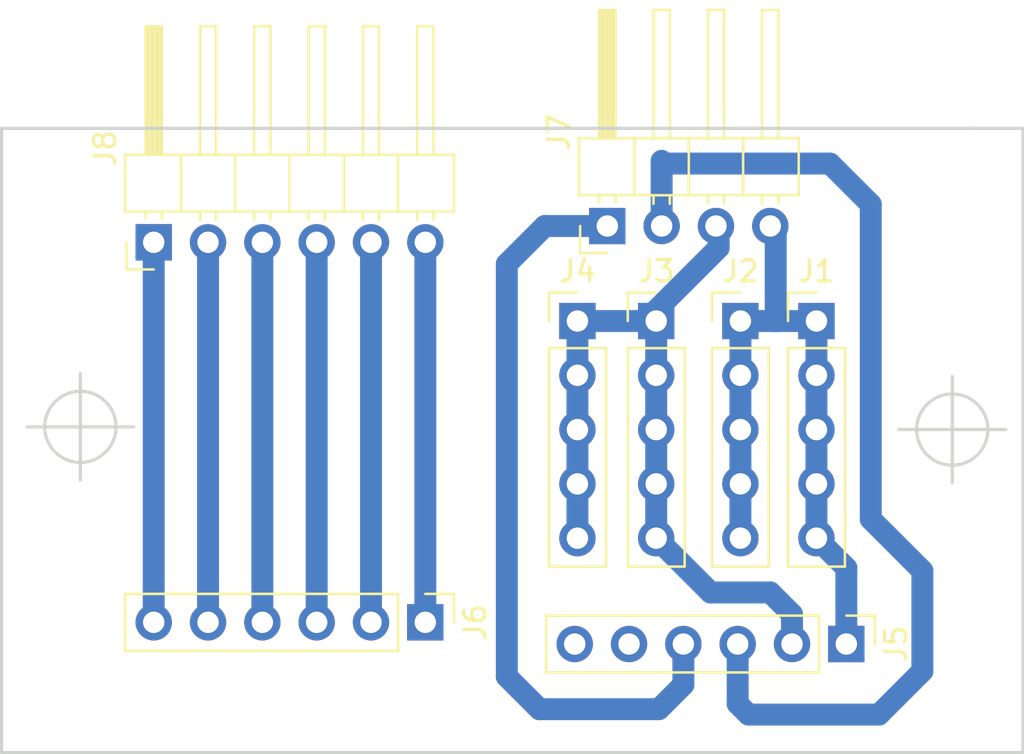
<source format=kicad_pcb>
(kicad_pcb (version 4) (host pcbnew 4.0.7)

  (general
    (links 30)
    (no_connects 0)
    (area 195.504999 88.824999 241.375001 118.185001)
    (thickness 1.6)
    (drawings 14)
    (tracks 53)
    (zones 0)
    (modules 8)
    (nets 13)
  )

  (page A4)
  (layers
    (0 F.Cu signal)
    (31 B.Cu signal)
    (32 B.Adhes user)
    (33 F.Adhes user)
    (34 B.Paste user)
    (35 F.Paste user)
    (36 B.SilkS user)
    (37 F.SilkS user)
    (38 B.Mask user)
    (39 F.Mask user)
    (40 Dwgs.User user)
    (41 Cmts.User user)
    (42 Eco1.User user)
    (43 Eco2.User user)
    (44 Edge.Cuts user)
    (45 Margin user)
    (46 B.CrtYd user)
    (47 F.CrtYd user)
    (48 B.Fab user)
    (49 F.Fab user)
  )

  (setup
    (last_trace_width 1.027)
    (trace_clearance 1.027)
    (zone_clearance 0.508)
    (zone_45_only no)
    (trace_min 0.2)
    (segment_width 0.2)
    (edge_width 0.15)
    (via_size 0.6)
    (via_drill 0.4)
    (via_min_size 0.4)
    (via_min_drill 0.3)
    (uvia_size 0.3)
    (uvia_drill 0.1)
    (uvias_allowed no)
    (uvia_min_size 0.2)
    (uvia_min_drill 0.1)
    (pcb_text_width 0.3)
    (pcb_text_size 1.5 1.5)
    (mod_edge_width 0.15)
    (mod_text_size 1 1)
    (mod_text_width 0.15)
    (pad_size 2 2)
    (pad_drill 0.762)
    (pad_to_mask_clearance 0.2)
    (aux_axis_origin 0 0)
    (visible_elements 7FFFFFFF)
    (pcbplotparams
      (layerselection 0x00030_80000001)
      (usegerberextensions false)
      (excludeedgelayer true)
      (linewidth 0.100000)
      (plotframeref false)
      (viasonmask false)
      (mode 1)
      (useauxorigin false)
      (hpglpennumber 1)
      (hpglpenspeed 20)
      (hpglpendiameter 15)
      (hpglpenoverlay 2)
      (psnegative false)
      (psa4output false)
      (plotreference true)
      (plotvalue true)
      (plotinvisibletext false)
      (padsonsilk false)
      (subtractmaskfromsilk false)
      (outputformat 1)
      (mirror false)
      (drillshape 1)
      (scaleselection 1)
      (outputdirectory ""))
  )

  (net 0 "")
  (net 1 Vcc)
  (net 2 GND)
  (net 3 TX)
  (net 4 RX)
  (net 5 "Net-(J5-Pad5)")
  (net 6 "Net-(J5-Pad6)")
  (net 7 OUT0)
  (net 8 OUT1)
  (net 9 OUT2)
  (net 10 OUT3)
  (net 11 OUT5)
  (net 12 OUT4)

  (net_class Default "This is the default net class."
    (clearance 1.027)
    (trace_width 1.027)
    (via_dia 0.6)
    (via_drill 0.4)
    (uvia_dia 0.3)
    (uvia_drill 0.1)
    (add_net GND)
    (add_net "Net-(J5-Pad5)")
    (add_net "Net-(J5-Pad6)")
    (add_net OUT0)
    (add_net OUT1)
    (add_net OUT2)
    (add_net OUT3)
    (add_net OUT4)
    (add_net OUT5)
    (add_net RX)
    (add_net TX)
    (add_net Vcc)
  )

  (module Pin_Headers:Pin_Header_Angled_1x04_Pitch2.54mm (layer F.Cu) (tedit 59650532) (tstamp 5AAA83E4)
    (at 223.901 93.472 90)
    (descr "Through hole angled pin header, 1x04, 2.54mm pitch, 6mm pin length, single row")
    (tags "Through hole angled pin header THT 1x04 2.54mm single row")
    (path /5AAA9680)
    (fp_text reference J7 (at 4.385 -2.27 90) (layer F.SilkS)
      (effects (font (size 1 1) (thickness 0.15)))
    )
    (fp_text value Conn_01x04 (at 4.385 9.89 90) (layer F.Fab)
      (effects (font (size 1 1) (thickness 0.15)))
    )
    (fp_line (start 2.135 -1.27) (end 4.04 -1.27) (layer F.Fab) (width 0.1))
    (fp_line (start 4.04 -1.27) (end 4.04 8.89) (layer F.Fab) (width 0.1))
    (fp_line (start 4.04 8.89) (end 1.5 8.89) (layer F.Fab) (width 0.1))
    (fp_line (start 1.5 8.89) (end 1.5 -0.635) (layer F.Fab) (width 0.1))
    (fp_line (start 1.5 -0.635) (end 2.135 -1.27) (layer F.Fab) (width 0.1))
    (fp_line (start -0.32 -0.32) (end 1.5 -0.32) (layer F.Fab) (width 0.1))
    (fp_line (start -0.32 -0.32) (end -0.32 0.32) (layer F.Fab) (width 0.1))
    (fp_line (start -0.32 0.32) (end 1.5 0.32) (layer F.Fab) (width 0.1))
    (fp_line (start 4.04 -0.32) (end 10.04 -0.32) (layer F.Fab) (width 0.1))
    (fp_line (start 10.04 -0.32) (end 10.04 0.32) (layer F.Fab) (width 0.1))
    (fp_line (start 4.04 0.32) (end 10.04 0.32) (layer F.Fab) (width 0.1))
    (fp_line (start -0.32 2.22) (end 1.5 2.22) (layer F.Fab) (width 0.1))
    (fp_line (start -0.32 2.22) (end -0.32 2.86) (layer F.Fab) (width 0.1))
    (fp_line (start -0.32 2.86) (end 1.5 2.86) (layer F.Fab) (width 0.1))
    (fp_line (start 4.04 2.22) (end 10.04 2.22) (layer F.Fab) (width 0.1))
    (fp_line (start 10.04 2.22) (end 10.04 2.86) (layer F.Fab) (width 0.1))
    (fp_line (start 4.04 2.86) (end 10.04 2.86) (layer F.Fab) (width 0.1))
    (fp_line (start -0.32 4.76) (end 1.5 4.76) (layer F.Fab) (width 0.1))
    (fp_line (start -0.32 4.76) (end -0.32 5.4) (layer F.Fab) (width 0.1))
    (fp_line (start -0.32 5.4) (end 1.5 5.4) (layer F.Fab) (width 0.1))
    (fp_line (start 4.04 4.76) (end 10.04 4.76) (layer F.Fab) (width 0.1))
    (fp_line (start 10.04 4.76) (end 10.04 5.4) (layer F.Fab) (width 0.1))
    (fp_line (start 4.04 5.4) (end 10.04 5.4) (layer F.Fab) (width 0.1))
    (fp_line (start -0.32 7.3) (end 1.5 7.3) (layer F.Fab) (width 0.1))
    (fp_line (start -0.32 7.3) (end -0.32 7.94) (layer F.Fab) (width 0.1))
    (fp_line (start -0.32 7.94) (end 1.5 7.94) (layer F.Fab) (width 0.1))
    (fp_line (start 4.04 7.3) (end 10.04 7.3) (layer F.Fab) (width 0.1))
    (fp_line (start 10.04 7.3) (end 10.04 7.94) (layer F.Fab) (width 0.1))
    (fp_line (start 4.04 7.94) (end 10.04 7.94) (layer F.Fab) (width 0.1))
    (fp_line (start 1.44 -1.33) (end 1.44 8.95) (layer F.SilkS) (width 0.12))
    (fp_line (start 1.44 8.95) (end 4.1 8.95) (layer F.SilkS) (width 0.12))
    (fp_line (start 4.1 8.95) (end 4.1 -1.33) (layer F.SilkS) (width 0.12))
    (fp_line (start 4.1 -1.33) (end 1.44 -1.33) (layer F.SilkS) (width 0.12))
    (fp_line (start 4.1 -0.38) (end 10.1 -0.38) (layer F.SilkS) (width 0.12))
    (fp_line (start 10.1 -0.38) (end 10.1 0.38) (layer F.SilkS) (width 0.12))
    (fp_line (start 10.1 0.38) (end 4.1 0.38) (layer F.SilkS) (width 0.12))
    (fp_line (start 4.1 -0.32) (end 10.1 -0.32) (layer F.SilkS) (width 0.12))
    (fp_line (start 4.1 -0.2) (end 10.1 -0.2) (layer F.SilkS) (width 0.12))
    (fp_line (start 4.1 -0.08) (end 10.1 -0.08) (layer F.SilkS) (width 0.12))
    (fp_line (start 4.1 0.04) (end 10.1 0.04) (layer F.SilkS) (width 0.12))
    (fp_line (start 4.1 0.16) (end 10.1 0.16) (layer F.SilkS) (width 0.12))
    (fp_line (start 4.1 0.28) (end 10.1 0.28) (layer F.SilkS) (width 0.12))
    (fp_line (start 1.11 -0.38) (end 1.44 -0.38) (layer F.SilkS) (width 0.12))
    (fp_line (start 1.11 0.38) (end 1.44 0.38) (layer F.SilkS) (width 0.12))
    (fp_line (start 1.44 1.27) (end 4.1 1.27) (layer F.SilkS) (width 0.12))
    (fp_line (start 4.1 2.16) (end 10.1 2.16) (layer F.SilkS) (width 0.12))
    (fp_line (start 10.1 2.16) (end 10.1 2.92) (layer F.SilkS) (width 0.12))
    (fp_line (start 10.1 2.92) (end 4.1 2.92) (layer F.SilkS) (width 0.12))
    (fp_line (start 1.042929 2.16) (end 1.44 2.16) (layer F.SilkS) (width 0.12))
    (fp_line (start 1.042929 2.92) (end 1.44 2.92) (layer F.SilkS) (width 0.12))
    (fp_line (start 1.44 3.81) (end 4.1 3.81) (layer F.SilkS) (width 0.12))
    (fp_line (start 4.1 4.7) (end 10.1 4.7) (layer F.SilkS) (width 0.12))
    (fp_line (start 10.1 4.7) (end 10.1 5.46) (layer F.SilkS) (width 0.12))
    (fp_line (start 10.1 5.46) (end 4.1 5.46) (layer F.SilkS) (width 0.12))
    (fp_line (start 1.042929 4.7) (end 1.44 4.7) (layer F.SilkS) (width 0.12))
    (fp_line (start 1.042929 5.46) (end 1.44 5.46) (layer F.SilkS) (width 0.12))
    (fp_line (start 1.44 6.35) (end 4.1 6.35) (layer F.SilkS) (width 0.12))
    (fp_line (start 4.1 7.24) (end 10.1 7.24) (layer F.SilkS) (width 0.12))
    (fp_line (start 10.1 7.24) (end 10.1 8) (layer F.SilkS) (width 0.12))
    (fp_line (start 10.1 8) (end 4.1 8) (layer F.SilkS) (width 0.12))
    (fp_line (start 1.042929 7.24) (end 1.44 7.24) (layer F.SilkS) (width 0.12))
    (fp_line (start 1.042929 8) (end 1.44 8) (layer F.SilkS) (width 0.12))
    (fp_line (start -1.27 0) (end -1.27 -1.27) (layer F.SilkS) (width 0.12))
    (fp_line (start -1.27 -1.27) (end 0 -1.27) (layer F.SilkS) (width 0.12))
    (fp_line (start -1.8 -1.8) (end -1.8 9.4) (layer F.CrtYd) (width 0.05))
    (fp_line (start -1.8 9.4) (end 10.55 9.4) (layer F.CrtYd) (width 0.05))
    (fp_line (start 10.55 9.4) (end 10.55 -1.8) (layer F.CrtYd) (width 0.05))
    (fp_line (start 10.55 -1.8) (end -1.8 -1.8) (layer F.CrtYd) (width 0.05))
    (fp_text user %R (at 2.77 3.81 180) (layer F.Fab)
      (effects (font (size 1 1) (thickness 0.15)))
    )
    (pad 1 thru_hole rect (at 0 0 90) (size 1.7 1.7) (drill 1) (layers *.Cu *.Mask)
      (net 4 RX))
    (pad 2 thru_hole oval (at 0 2.54 90) (size 1.7 1.7) (drill 1) (layers *.Cu *.Mask)
      (net 3 TX))
    (pad 3 thru_hole oval (at 0 5.08 90) (size 1.7 1.7) (drill 1) (layers *.Cu *.Mask)
      (net 2 GND))
    (pad 4 thru_hole oval (at 0 7.62 90) (size 1.7 1.7) (drill 1) (layers *.Cu *.Mask)
      (net 1 Vcc))
    (model ${KISYS3DMOD}/Pin_Headers.3dshapes/Pin_Header_Angled_1x04_Pitch2.54mm.wrl
      (at (xyz 0 0 0))
      (scale (xyz 1 1 1))
      (rotate (xyz 0 0 0))
    )
  )

  (module Pin_Headers:Pin_Header_Straight_1x05_Pitch2.54mm (layer F.Cu) (tedit 59650532) (tstamp 5AAA81C2)
    (at 233.68 97.917)
    (descr "Through hole straight pin header, 1x05, 2.54mm pitch, single row")
    (tags "Through hole pin header THT 1x05 2.54mm single row")
    (path /5AAA7C28)
    (fp_text reference J1 (at 0 -2.33) (layer F.SilkS)
      (effects (font (size 1 1) (thickness 0.15)))
    )
    (fp_text value Conn_01x05 (at 0 12.49) (layer F.Fab)
      (effects (font (size 1 1) (thickness 0.15)))
    )
    (fp_line (start -0.635 -1.27) (end 1.27 -1.27) (layer F.Fab) (width 0.1))
    (fp_line (start 1.27 -1.27) (end 1.27 11.43) (layer F.Fab) (width 0.1))
    (fp_line (start 1.27 11.43) (end -1.27 11.43) (layer F.Fab) (width 0.1))
    (fp_line (start -1.27 11.43) (end -1.27 -0.635) (layer F.Fab) (width 0.1))
    (fp_line (start -1.27 -0.635) (end -0.635 -1.27) (layer F.Fab) (width 0.1))
    (fp_line (start -1.33 11.49) (end 1.33 11.49) (layer F.SilkS) (width 0.12))
    (fp_line (start -1.33 1.27) (end -1.33 11.49) (layer F.SilkS) (width 0.12))
    (fp_line (start 1.33 1.27) (end 1.33 11.49) (layer F.SilkS) (width 0.12))
    (fp_line (start -1.33 1.27) (end 1.33 1.27) (layer F.SilkS) (width 0.12))
    (fp_line (start -1.33 0) (end -1.33 -1.33) (layer F.SilkS) (width 0.12))
    (fp_line (start -1.33 -1.33) (end 0 -1.33) (layer F.SilkS) (width 0.12))
    (fp_line (start -1.8 -1.8) (end -1.8 11.95) (layer F.CrtYd) (width 0.05))
    (fp_line (start -1.8 11.95) (end 1.8 11.95) (layer F.CrtYd) (width 0.05))
    (fp_line (start 1.8 11.95) (end 1.8 -1.8) (layer F.CrtYd) (width 0.05))
    (fp_line (start 1.8 -1.8) (end -1.8 -1.8) (layer F.CrtYd) (width 0.05))
    (fp_text user %R (at 0 5.08 90) (layer F.Fab)
      (effects (font (size 1 1) (thickness 0.15)))
    )
    (pad 1 thru_hole rect (at 0 0) (size 1.7 1.7) (drill 1) (layers *.Cu *.Mask)
      (net 1 Vcc))
    (pad 2 thru_hole oval (at 0 2.54) (size 1.7 1.7) (drill 1) (layers *.Cu *.Mask)
      (net 1 Vcc))
    (pad 3 thru_hole oval (at 0 5.08) (size 1.7 1.7) (drill 1) (layers *.Cu *.Mask)
      (net 1 Vcc))
    (pad 4 thru_hole oval (at 0 7.62) (size 1.7 1.7) (drill 1) (layers *.Cu *.Mask)
      (net 1 Vcc))
    (pad 5 thru_hole oval (at 0 10.16) (size 1.7 1.7) (drill 1) (layers *.Cu *.Mask)
      (net 1 Vcc))
    (model ${KISYS3DMOD}/Pin_Headers.3dshapes/Pin_Header_Straight_1x05_Pitch2.54mm.wrl
      (at (xyz 0 0 0))
      (scale (xyz 1 1 1))
      (rotate (xyz 0 0 0))
    )
  )

  (module Pin_Headers:Pin_Header_Straight_1x05_Pitch2.54mm (layer F.Cu) (tedit 59650532) (tstamp 5AAA81CB)
    (at 230.124 97.917)
    (descr "Through hole straight pin header, 1x05, 2.54mm pitch, single row")
    (tags "Through hole pin header THT 1x05 2.54mm single row")
    (path /5AAA7C2E)
    (fp_text reference J2 (at 0 -2.33) (layer F.SilkS)
      (effects (font (size 1 1) (thickness 0.15)))
    )
    (fp_text value Conn_01x05 (at 0 12.49) (layer F.Fab)
      (effects (font (size 1 1) (thickness 0.15)))
    )
    (fp_line (start -0.635 -1.27) (end 1.27 -1.27) (layer F.Fab) (width 0.1))
    (fp_line (start 1.27 -1.27) (end 1.27 11.43) (layer F.Fab) (width 0.1))
    (fp_line (start 1.27 11.43) (end -1.27 11.43) (layer F.Fab) (width 0.1))
    (fp_line (start -1.27 11.43) (end -1.27 -0.635) (layer F.Fab) (width 0.1))
    (fp_line (start -1.27 -0.635) (end -0.635 -1.27) (layer F.Fab) (width 0.1))
    (fp_line (start -1.33 11.49) (end 1.33 11.49) (layer F.SilkS) (width 0.12))
    (fp_line (start -1.33 1.27) (end -1.33 11.49) (layer F.SilkS) (width 0.12))
    (fp_line (start 1.33 1.27) (end 1.33 11.49) (layer F.SilkS) (width 0.12))
    (fp_line (start -1.33 1.27) (end 1.33 1.27) (layer F.SilkS) (width 0.12))
    (fp_line (start -1.33 0) (end -1.33 -1.33) (layer F.SilkS) (width 0.12))
    (fp_line (start -1.33 -1.33) (end 0 -1.33) (layer F.SilkS) (width 0.12))
    (fp_line (start -1.8 -1.8) (end -1.8 11.95) (layer F.CrtYd) (width 0.05))
    (fp_line (start -1.8 11.95) (end 1.8 11.95) (layer F.CrtYd) (width 0.05))
    (fp_line (start 1.8 11.95) (end 1.8 -1.8) (layer F.CrtYd) (width 0.05))
    (fp_line (start 1.8 -1.8) (end -1.8 -1.8) (layer F.CrtYd) (width 0.05))
    (fp_text user %R (at 0 5.08 90) (layer F.Fab)
      (effects (font (size 1 1) (thickness 0.15)))
    )
    (pad 1 thru_hole rect (at 0 0) (size 1.7 1.7) (drill 1) (layers *.Cu *.Mask)
      (net 1 Vcc))
    (pad 2 thru_hole oval (at 0 2.54) (size 1.7 1.7) (drill 1) (layers *.Cu *.Mask)
      (net 1 Vcc))
    (pad 3 thru_hole oval (at 0 5.08) (size 1.7 1.7) (drill 1) (layers *.Cu *.Mask)
      (net 1 Vcc))
    (pad 4 thru_hole oval (at 0 7.62) (size 1.7 1.7) (drill 1) (layers *.Cu *.Mask)
      (net 1 Vcc))
    (pad 5 thru_hole oval (at 0 10.16) (size 1.7 1.7) (drill 1) (layers *.Cu *.Mask)
      (net 1 Vcc))
    (model ${KISYS3DMOD}/Pin_Headers.3dshapes/Pin_Header_Straight_1x05_Pitch2.54mm.wrl
      (at (xyz 0 0 0))
      (scale (xyz 1 1 1))
      (rotate (xyz 0 0 0))
    )
  )

  (module Pin_Headers:Pin_Header_Straight_1x05_Pitch2.54mm (layer F.Cu) (tedit 59650532) (tstamp 5AAA81D4)
    (at 226.187 97.917)
    (descr "Through hole straight pin header, 1x05, 2.54mm pitch, single row")
    (tags "Through hole pin header THT 1x05 2.54mm single row")
    (path /5AAA7ABE)
    (fp_text reference J3 (at 0 -2.33) (layer F.SilkS)
      (effects (font (size 1 1) (thickness 0.15)))
    )
    (fp_text value Conn_01x05 (at 0 12.49) (layer F.Fab)
      (effects (font (size 1 1) (thickness 0.15)))
    )
    (fp_line (start -0.635 -1.27) (end 1.27 -1.27) (layer F.Fab) (width 0.1))
    (fp_line (start 1.27 -1.27) (end 1.27 11.43) (layer F.Fab) (width 0.1))
    (fp_line (start 1.27 11.43) (end -1.27 11.43) (layer F.Fab) (width 0.1))
    (fp_line (start -1.27 11.43) (end -1.27 -0.635) (layer F.Fab) (width 0.1))
    (fp_line (start -1.27 -0.635) (end -0.635 -1.27) (layer F.Fab) (width 0.1))
    (fp_line (start -1.33 11.49) (end 1.33 11.49) (layer F.SilkS) (width 0.12))
    (fp_line (start -1.33 1.27) (end -1.33 11.49) (layer F.SilkS) (width 0.12))
    (fp_line (start 1.33 1.27) (end 1.33 11.49) (layer F.SilkS) (width 0.12))
    (fp_line (start -1.33 1.27) (end 1.33 1.27) (layer F.SilkS) (width 0.12))
    (fp_line (start -1.33 0) (end -1.33 -1.33) (layer F.SilkS) (width 0.12))
    (fp_line (start -1.33 -1.33) (end 0 -1.33) (layer F.SilkS) (width 0.12))
    (fp_line (start -1.8 -1.8) (end -1.8 11.95) (layer F.CrtYd) (width 0.05))
    (fp_line (start -1.8 11.95) (end 1.8 11.95) (layer F.CrtYd) (width 0.05))
    (fp_line (start 1.8 11.95) (end 1.8 -1.8) (layer F.CrtYd) (width 0.05))
    (fp_line (start 1.8 -1.8) (end -1.8 -1.8) (layer F.CrtYd) (width 0.05))
    (fp_text user %R (at 0 5.08 90) (layer F.Fab)
      (effects (font (size 1 1) (thickness 0.15)))
    )
    (pad 1 thru_hole rect (at 0 0) (size 1.7 1.7) (drill 1) (layers *.Cu *.Mask)
      (net 2 GND))
    (pad 2 thru_hole oval (at 0 2.54) (size 1.7 1.7) (drill 1) (layers *.Cu *.Mask)
      (net 2 GND))
    (pad 3 thru_hole oval (at 0 5.08) (size 1.7 1.7) (drill 1) (layers *.Cu *.Mask)
      (net 2 GND))
    (pad 4 thru_hole oval (at 0 7.62) (size 1.7 1.7) (drill 1) (layers *.Cu *.Mask)
      (net 2 GND))
    (pad 5 thru_hole oval (at 0 10.16) (size 1.7 1.7) (drill 1) (layers *.Cu *.Mask)
      (net 2 GND))
    (model ${KISYS3DMOD}/Pin_Headers.3dshapes/Pin_Header_Straight_1x05_Pitch2.54mm.wrl
      (at (xyz 0 0 0))
      (scale (xyz 1 1 1))
      (rotate (xyz 0 0 0))
    )
  )

  (module Pin_Headers:Pin_Header_Straight_1x05_Pitch2.54mm (layer F.Cu) (tedit 59650532) (tstamp 5AAA81DD)
    (at 222.504 97.917)
    (descr "Through hole straight pin header, 1x05, 2.54mm pitch, single row")
    (tags "Through hole pin header THT 1x05 2.54mm single row")
    (path /5AAA7B40)
    (fp_text reference J4 (at 0 -2.33) (layer F.SilkS)
      (effects (font (size 1 1) (thickness 0.15)))
    )
    (fp_text value Conn_01x05 (at 0 12.49) (layer F.Fab)
      (effects (font (size 1 1) (thickness 0.15)))
    )
    (fp_line (start -0.635 -1.27) (end 1.27 -1.27) (layer F.Fab) (width 0.1))
    (fp_line (start 1.27 -1.27) (end 1.27 11.43) (layer F.Fab) (width 0.1))
    (fp_line (start 1.27 11.43) (end -1.27 11.43) (layer F.Fab) (width 0.1))
    (fp_line (start -1.27 11.43) (end -1.27 -0.635) (layer F.Fab) (width 0.1))
    (fp_line (start -1.27 -0.635) (end -0.635 -1.27) (layer F.Fab) (width 0.1))
    (fp_line (start -1.33 11.49) (end 1.33 11.49) (layer F.SilkS) (width 0.12))
    (fp_line (start -1.33 1.27) (end -1.33 11.49) (layer F.SilkS) (width 0.12))
    (fp_line (start 1.33 1.27) (end 1.33 11.49) (layer F.SilkS) (width 0.12))
    (fp_line (start -1.33 1.27) (end 1.33 1.27) (layer F.SilkS) (width 0.12))
    (fp_line (start -1.33 0) (end -1.33 -1.33) (layer F.SilkS) (width 0.12))
    (fp_line (start -1.33 -1.33) (end 0 -1.33) (layer F.SilkS) (width 0.12))
    (fp_line (start -1.8 -1.8) (end -1.8 11.95) (layer F.CrtYd) (width 0.05))
    (fp_line (start -1.8 11.95) (end 1.8 11.95) (layer F.CrtYd) (width 0.05))
    (fp_line (start 1.8 11.95) (end 1.8 -1.8) (layer F.CrtYd) (width 0.05))
    (fp_line (start 1.8 -1.8) (end -1.8 -1.8) (layer F.CrtYd) (width 0.05))
    (fp_text user %R (at 0 5.08 90) (layer F.Fab)
      (effects (font (size 1 1) (thickness 0.15)))
    )
    (pad 1 thru_hole rect (at 0 0) (size 1.7 1.7) (drill 1) (layers *.Cu *.Mask)
      (net 2 GND))
    (pad 2 thru_hole oval (at 0 2.54) (size 1.7 1.7) (drill 1) (layers *.Cu *.Mask)
      (net 2 GND))
    (pad 3 thru_hole oval (at 0 5.08) (size 1.7 1.7) (drill 1) (layers *.Cu *.Mask)
      (net 2 GND))
    (pad 4 thru_hole oval (at 0 7.62) (size 1.7 1.7) (drill 1) (layers *.Cu *.Mask)
      (net 2 GND))
    (pad 5 thru_hole oval (at 0 10.16) (size 1.7 1.7) (drill 1) (layers *.Cu *.Mask)
      (net 2 GND))
    (model ${KISYS3DMOD}/Pin_Headers.3dshapes/Pin_Header_Straight_1x05_Pitch2.54mm.wrl
      (at (xyz 0 0 0))
      (scale (xyz 1 1 1))
      (rotate (xyz 0 0 0))
    )
  )

  (module Pin_Headers:Pin_Header_Straight_1x06_Pitch2.54mm (layer F.Cu) (tedit 59650532) (tstamp 5AAA81E7)
    (at 235.077 113.03 270)
    (descr "Through hole straight pin header, 1x06, 2.54mm pitch, single row")
    (tags "Through hole pin header THT 1x06 2.54mm single row")
    (path /5AAA7C3E)
    (fp_text reference J5 (at 0 -2.33 270) (layer F.SilkS)
      (effects (font (size 1 1) (thickness 0.15)))
    )
    (fp_text value Conn_01x06 (at 0 15.03 270) (layer F.Fab)
      (effects (font (size 1 1) (thickness 0.15)))
    )
    (fp_line (start -0.635 -1.27) (end 1.27 -1.27) (layer F.Fab) (width 0.1))
    (fp_line (start 1.27 -1.27) (end 1.27 13.97) (layer F.Fab) (width 0.1))
    (fp_line (start 1.27 13.97) (end -1.27 13.97) (layer F.Fab) (width 0.1))
    (fp_line (start -1.27 13.97) (end -1.27 -0.635) (layer F.Fab) (width 0.1))
    (fp_line (start -1.27 -0.635) (end -0.635 -1.27) (layer F.Fab) (width 0.1))
    (fp_line (start -1.33 14.03) (end 1.33 14.03) (layer F.SilkS) (width 0.12))
    (fp_line (start -1.33 1.27) (end -1.33 14.03) (layer F.SilkS) (width 0.12))
    (fp_line (start 1.33 1.27) (end 1.33 14.03) (layer F.SilkS) (width 0.12))
    (fp_line (start -1.33 1.27) (end 1.33 1.27) (layer F.SilkS) (width 0.12))
    (fp_line (start -1.33 0) (end -1.33 -1.33) (layer F.SilkS) (width 0.12))
    (fp_line (start -1.33 -1.33) (end 0 -1.33) (layer F.SilkS) (width 0.12))
    (fp_line (start -1.8 -1.8) (end -1.8 14.5) (layer F.CrtYd) (width 0.05))
    (fp_line (start -1.8 14.5) (end 1.8 14.5) (layer F.CrtYd) (width 0.05))
    (fp_line (start 1.8 14.5) (end 1.8 -1.8) (layer F.CrtYd) (width 0.05))
    (fp_line (start 1.8 -1.8) (end -1.8 -1.8) (layer F.CrtYd) (width 0.05))
    (fp_text user %R (at 0 6.35 360) (layer F.Fab)
      (effects (font (size 1 1) (thickness 0.15)))
    )
    (pad 1 thru_hole rect (at 0 0 270) (size 1.7 1.7) (drill 1) (layers *.Cu *.Mask)
      (net 1 Vcc))
    (pad 2 thru_hole oval (at 0 2.54 270) (size 1.7 1.7) (drill 1) (layers *.Cu *.Mask)
      (net 2 GND))
    (pad 3 thru_hole oval (at 0 5.08 270) (size 1.7 1.7) (drill 1) (layers *.Cu *.Mask)
      (net 3 TX))
    (pad 4 thru_hole oval (at 0 7.62 270) (size 1.7 1.7) (drill 1) (layers *.Cu *.Mask)
      (net 4 RX))
    (pad 5 thru_hole oval (at 0 10.16 270) (size 1.7 1.7) (drill 1) (layers *.Cu *.Mask)
      (net 5 "Net-(J5-Pad5)"))
    (pad 6 thru_hole oval (at 0 12.7 270) (size 1.7 1.7) (drill 1) (layers *.Cu *.Mask)
      (net 6 "Net-(J5-Pad6)"))
    (model ${KISYS3DMOD}/Pin_Headers.3dshapes/Pin_Header_Straight_1x06_Pitch2.54mm.wrl
      (at (xyz 0 0 0))
      (scale (xyz 1 1 1))
      (rotate (xyz 0 0 0))
    )
  )

  (module Pin_Headers:Pin_Header_Straight_1x06_Pitch2.54mm (layer F.Cu) (tedit 59650532) (tstamp 5AAA81F1)
    (at 215.392 112.014 270)
    (descr "Through hole straight pin header, 1x06, 2.54mm pitch, single row")
    (tags "Through hole pin header THT 1x06 2.54mm single row")
    (path /5AAA9017)
    (fp_text reference J6 (at 0 -2.33 270) (layer F.SilkS)
      (effects (font (size 1 1) (thickness 0.15)))
    )
    (fp_text value Conn_01x06 (at 0 15.03 270) (layer F.Fab)
      (effects (font (size 1 1) (thickness 0.15)))
    )
    (fp_line (start -0.635 -1.27) (end 1.27 -1.27) (layer F.Fab) (width 0.1))
    (fp_line (start 1.27 -1.27) (end 1.27 13.97) (layer F.Fab) (width 0.1))
    (fp_line (start 1.27 13.97) (end -1.27 13.97) (layer F.Fab) (width 0.1))
    (fp_line (start -1.27 13.97) (end -1.27 -0.635) (layer F.Fab) (width 0.1))
    (fp_line (start -1.27 -0.635) (end -0.635 -1.27) (layer F.Fab) (width 0.1))
    (fp_line (start -1.33 14.03) (end 1.33 14.03) (layer F.SilkS) (width 0.12))
    (fp_line (start -1.33 1.27) (end -1.33 14.03) (layer F.SilkS) (width 0.12))
    (fp_line (start 1.33 1.27) (end 1.33 14.03) (layer F.SilkS) (width 0.12))
    (fp_line (start -1.33 1.27) (end 1.33 1.27) (layer F.SilkS) (width 0.12))
    (fp_line (start -1.33 0) (end -1.33 -1.33) (layer F.SilkS) (width 0.12))
    (fp_line (start -1.33 -1.33) (end 0 -1.33) (layer F.SilkS) (width 0.12))
    (fp_line (start -1.8 -1.8) (end -1.8 14.5) (layer F.CrtYd) (width 0.05))
    (fp_line (start -1.8 14.5) (end 1.8 14.5) (layer F.CrtYd) (width 0.05))
    (fp_line (start 1.8 14.5) (end 1.8 -1.8) (layer F.CrtYd) (width 0.05))
    (fp_line (start 1.8 -1.8) (end -1.8 -1.8) (layer F.CrtYd) (width 0.05))
    (fp_text user %R (at 0 6.35 360) (layer F.Fab)
      (effects (font (size 1 1) (thickness 0.15)))
    )
    (pad 1 thru_hole rect (at 0 0 270) (size 1.7 1.7) (drill 1) (layers *.Cu *.Mask)
      (net 7 OUT0))
    (pad 2 thru_hole oval (at 0 2.54 270) (size 1.7 1.7) (drill 1) (layers *.Cu *.Mask)
      (net 8 OUT1))
    (pad 3 thru_hole oval (at 0 5.08 270) (size 1.7 1.7) (drill 1) (layers *.Cu *.Mask)
      (net 9 OUT2))
    (pad 4 thru_hole oval (at 0 7.62 270) (size 1.7 1.7) (drill 1) (layers *.Cu *.Mask)
      (net 10 OUT3))
    (pad 5 thru_hole oval (at 0 10.16 270) (size 1.7 1.7) (drill 1) (layers *.Cu *.Mask)
      (net 12 OUT4))
    (pad 6 thru_hole oval (at 0 12.7 270) (size 1.7 1.7) (drill 1) (layers *.Cu *.Mask)
      (net 11 OUT5))
    (model ${KISYS3DMOD}/Pin_Headers.3dshapes/Pin_Header_Straight_1x06_Pitch2.54mm.wrl
      (at (xyz 0 0 0))
      (scale (xyz 1 1 1))
      (rotate (xyz 0 0 0))
    )
  )

  (module Pin_Headers:Pin_Header_Angled_1x06_Pitch2.54mm (layer F.Cu) (tedit 59650532) (tstamp 5AAA83D0)
    (at 202.692 94.234 90)
    (descr "Through hole angled pin header, 1x06, 2.54mm pitch, 6mm pin length, single row")
    (tags "Through hole angled pin header THT 1x06 2.54mm single row")
    (path /5AAA9643)
    (fp_text reference J8 (at 4.385 -2.27 90) (layer F.SilkS)
      (effects (font (size 1 1) (thickness 0.15)))
    )
    (fp_text value Conn_01x06 (at 4.385 14.97 90) (layer F.Fab)
      (effects (font (size 1 1) (thickness 0.15)))
    )
    (fp_line (start 2.135 -1.27) (end 4.04 -1.27) (layer F.Fab) (width 0.1))
    (fp_line (start 4.04 -1.27) (end 4.04 13.97) (layer F.Fab) (width 0.1))
    (fp_line (start 4.04 13.97) (end 1.5 13.97) (layer F.Fab) (width 0.1))
    (fp_line (start 1.5 13.97) (end 1.5 -0.635) (layer F.Fab) (width 0.1))
    (fp_line (start 1.5 -0.635) (end 2.135 -1.27) (layer F.Fab) (width 0.1))
    (fp_line (start -0.32 -0.32) (end 1.5 -0.32) (layer F.Fab) (width 0.1))
    (fp_line (start -0.32 -0.32) (end -0.32 0.32) (layer F.Fab) (width 0.1))
    (fp_line (start -0.32 0.32) (end 1.5 0.32) (layer F.Fab) (width 0.1))
    (fp_line (start 4.04 -0.32) (end 10.04 -0.32) (layer F.Fab) (width 0.1))
    (fp_line (start 10.04 -0.32) (end 10.04 0.32) (layer F.Fab) (width 0.1))
    (fp_line (start 4.04 0.32) (end 10.04 0.32) (layer F.Fab) (width 0.1))
    (fp_line (start -0.32 2.22) (end 1.5 2.22) (layer F.Fab) (width 0.1))
    (fp_line (start -0.32 2.22) (end -0.32 2.86) (layer F.Fab) (width 0.1))
    (fp_line (start -0.32 2.86) (end 1.5 2.86) (layer F.Fab) (width 0.1))
    (fp_line (start 4.04 2.22) (end 10.04 2.22) (layer F.Fab) (width 0.1))
    (fp_line (start 10.04 2.22) (end 10.04 2.86) (layer F.Fab) (width 0.1))
    (fp_line (start 4.04 2.86) (end 10.04 2.86) (layer F.Fab) (width 0.1))
    (fp_line (start -0.32 4.76) (end 1.5 4.76) (layer F.Fab) (width 0.1))
    (fp_line (start -0.32 4.76) (end -0.32 5.4) (layer F.Fab) (width 0.1))
    (fp_line (start -0.32 5.4) (end 1.5 5.4) (layer F.Fab) (width 0.1))
    (fp_line (start 4.04 4.76) (end 10.04 4.76) (layer F.Fab) (width 0.1))
    (fp_line (start 10.04 4.76) (end 10.04 5.4) (layer F.Fab) (width 0.1))
    (fp_line (start 4.04 5.4) (end 10.04 5.4) (layer F.Fab) (width 0.1))
    (fp_line (start -0.32 7.3) (end 1.5 7.3) (layer F.Fab) (width 0.1))
    (fp_line (start -0.32 7.3) (end -0.32 7.94) (layer F.Fab) (width 0.1))
    (fp_line (start -0.32 7.94) (end 1.5 7.94) (layer F.Fab) (width 0.1))
    (fp_line (start 4.04 7.3) (end 10.04 7.3) (layer F.Fab) (width 0.1))
    (fp_line (start 10.04 7.3) (end 10.04 7.94) (layer F.Fab) (width 0.1))
    (fp_line (start 4.04 7.94) (end 10.04 7.94) (layer F.Fab) (width 0.1))
    (fp_line (start -0.32 9.84) (end 1.5 9.84) (layer F.Fab) (width 0.1))
    (fp_line (start -0.32 9.84) (end -0.32 10.48) (layer F.Fab) (width 0.1))
    (fp_line (start -0.32 10.48) (end 1.5 10.48) (layer F.Fab) (width 0.1))
    (fp_line (start 4.04 9.84) (end 10.04 9.84) (layer F.Fab) (width 0.1))
    (fp_line (start 10.04 9.84) (end 10.04 10.48) (layer F.Fab) (width 0.1))
    (fp_line (start 4.04 10.48) (end 10.04 10.48) (layer F.Fab) (width 0.1))
    (fp_line (start -0.32 12.38) (end 1.5 12.38) (layer F.Fab) (width 0.1))
    (fp_line (start -0.32 12.38) (end -0.32 13.02) (layer F.Fab) (width 0.1))
    (fp_line (start -0.32 13.02) (end 1.5 13.02) (layer F.Fab) (width 0.1))
    (fp_line (start 4.04 12.38) (end 10.04 12.38) (layer F.Fab) (width 0.1))
    (fp_line (start 10.04 12.38) (end 10.04 13.02) (layer F.Fab) (width 0.1))
    (fp_line (start 4.04 13.02) (end 10.04 13.02) (layer F.Fab) (width 0.1))
    (fp_line (start 1.44 -1.33) (end 1.44 14.03) (layer F.SilkS) (width 0.12))
    (fp_line (start 1.44 14.03) (end 4.1 14.03) (layer F.SilkS) (width 0.12))
    (fp_line (start 4.1 14.03) (end 4.1 -1.33) (layer F.SilkS) (width 0.12))
    (fp_line (start 4.1 -1.33) (end 1.44 -1.33) (layer F.SilkS) (width 0.12))
    (fp_line (start 4.1 -0.38) (end 10.1 -0.38) (layer F.SilkS) (width 0.12))
    (fp_line (start 10.1 -0.38) (end 10.1 0.38) (layer F.SilkS) (width 0.12))
    (fp_line (start 10.1 0.38) (end 4.1 0.38) (layer F.SilkS) (width 0.12))
    (fp_line (start 4.1 -0.32) (end 10.1 -0.32) (layer F.SilkS) (width 0.12))
    (fp_line (start 4.1 -0.2) (end 10.1 -0.2) (layer F.SilkS) (width 0.12))
    (fp_line (start 4.1 -0.08) (end 10.1 -0.08) (layer F.SilkS) (width 0.12))
    (fp_line (start 4.1 0.04) (end 10.1 0.04) (layer F.SilkS) (width 0.12))
    (fp_line (start 4.1 0.16) (end 10.1 0.16) (layer F.SilkS) (width 0.12))
    (fp_line (start 4.1 0.28) (end 10.1 0.28) (layer F.SilkS) (width 0.12))
    (fp_line (start 1.11 -0.38) (end 1.44 -0.38) (layer F.SilkS) (width 0.12))
    (fp_line (start 1.11 0.38) (end 1.44 0.38) (layer F.SilkS) (width 0.12))
    (fp_line (start 1.44 1.27) (end 4.1 1.27) (layer F.SilkS) (width 0.12))
    (fp_line (start 4.1 2.16) (end 10.1 2.16) (layer F.SilkS) (width 0.12))
    (fp_line (start 10.1 2.16) (end 10.1 2.92) (layer F.SilkS) (width 0.12))
    (fp_line (start 10.1 2.92) (end 4.1 2.92) (layer F.SilkS) (width 0.12))
    (fp_line (start 1.042929 2.16) (end 1.44 2.16) (layer F.SilkS) (width 0.12))
    (fp_line (start 1.042929 2.92) (end 1.44 2.92) (layer F.SilkS) (width 0.12))
    (fp_line (start 1.44 3.81) (end 4.1 3.81) (layer F.SilkS) (width 0.12))
    (fp_line (start 4.1 4.7) (end 10.1 4.7) (layer F.SilkS) (width 0.12))
    (fp_line (start 10.1 4.7) (end 10.1 5.46) (layer F.SilkS) (width 0.12))
    (fp_line (start 10.1 5.46) (end 4.1 5.46) (layer F.SilkS) (width 0.12))
    (fp_line (start 1.042929 4.7) (end 1.44 4.7) (layer F.SilkS) (width 0.12))
    (fp_line (start 1.042929 5.46) (end 1.44 5.46) (layer F.SilkS) (width 0.12))
    (fp_line (start 1.44 6.35) (end 4.1 6.35) (layer F.SilkS) (width 0.12))
    (fp_line (start 4.1 7.24) (end 10.1 7.24) (layer F.SilkS) (width 0.12))
    (fp_line (start 10.1 7.24) (end 10.1 8) (layer F.SilkS) (width 0.12))
    (fp_line (start 10.1 8) (end 4.1 8) (layer F.SilkS) (width 0.12))
    (fp_line (start 1.042929 7.24) (end 1.44 7.24) (layer F.SilkS) (width 0.12))
    (fp_line (start 1.042929 8) (end 1.44 8) (layer F.SilkS) (width 0.12))
    (fp_line (start 1.44 8.89) (end 4.1 8.89) (layer F.SilkS) (width 0.12))
    (fp_line (start 4.1 9.78) (end 10.1 9.78) (layer F.SilkS) (width 0.12))
    (fp_line (start 10.1 9.78) (end 10.1 10.54) (layer F.SilkS) (width 0.12))
    (fp_line (start 10.1 10.54) (end 4.1 10.54) (layer F.SilkS) (width 0.12))
    (fp_line (start 1.042929 9.78) (end 1.44 9.78) (layer F.SilkS) (width 0.12))
    (fp_line (start 1.042929 10.54) (end 1.44 10.54) (layer F.SilkS) (width 0.12))
    (fp_line (start 1.44 11.43) (end 4.1 11.43) (layer F.SilkS) (width 0.12))
    (fp_line (start 4.1 12.32) (end 10.1 12.32) (layer F.SilkS) (width 0.12))
    (fp_line (start 10.1 12.32) (end 10.1 13.08) (layer F.SilkS) (width 0.12))
    (fp_line (start 10.1 13.08) (end 4.1 13.08) (layer F.SilkS) (width 0.12))
    (fp_line (start 1.042929 12.32) (end 1.44 12.32) (layer F.SilkS) (width 0.12))
    (fp_line (start 1.042929 13.08) (end 1.44 13.08) (layer F.SilkS) (width 0.12))
    (fp_line (start -1.27 0) (end -1.27 -1.27) (layer F.SilkS) (width 0.12))
    (fp_line (start -1.27 -1.27) (end 0 -1.27) (layer F.SilkS) (width 0.12))
    (fp_line (start -1.8 -1.8) (end -1.8 14.5) (layer F.CrtYd) (width 0.05))
    (fp_line (start -1.8 14.5) (end 10.55 14.5) (layer F.CrtYd) (width 0.05))
    (fp_line (start 10.55 14.5) (end 10.55 -1.8) (layer F.CrtYd) (width 0.05))
    (fp_line (start 10.55 -1.8) (end -1.8 -1.8) (layer F.CrtYd) (width 0.05))
    (fp_text user %R (at 2.77 6.35 180) (layer F.Fab)
      (effects (font (size 1 1) (thickness 0.15)))
    )
    (pad 1 thru_hole rect (at 0 0 90) (size 1.7 1.7) (drill 1) (layers *.Cu *.Mask)
      (net 11 OUT5))
    (pad 2 thru_hole oval (at 0 2.54 90) (size 1.7 1.7) (drill 1) (layers *.Cu *.Mask)
      (net 12 OUT4))
    (pad 3 thru_hole oval (at 0 5.08 90) (size 1.7 1.7) (drill 1) (layers *.Cu *.Mask)
      (net 10 OUT3))
    (pad 4 thru_hole oval (at 0 7.62 90) (size 1.7 1.7) (drill 1) (layers *.Cu *.Mask)
      (net 9 OUT2))
    (pad 5 thru_hole oval (at 0 10.16 90) (size 1.7 1.7) (drill 1) (layers *.Cu *.Mask)
      (net 8 OUT1))
    (pad 6 thru_hole oval (at 0 12.7 90) (size 1.7 1.7) (drill 1) (layers *.Cu *.Mask)
      (net 7 OUT0))
    (model ${KISYS3DMOD}/Pin_Headers.3dshapes/Pin_Header_Angled_1x06_Pitch2.54mm.wrl
      (at (xyz 0 0 0))
      (scale (xyz 1 1 1))
      (rotate (xyz 0 0 0))
    )
  )

  (gr_line (start 240.792 88.9) (end 241.046 88.9) (angle 90) (layer Edge.Cuts) (width 0.15))
  (gr_line (start 243.332 88.9) (end 240.919 88.9) (angle 90) (layer Edge.Cuts) (width 0.15))
  (gr_line (start 243.332 118.11) (end 243.332 88.9) (angle 90) (layer Edge.Cuts) (width 0.15))
  (gr_line (start 241.3 118.11) (end 243.332 118.11) (angle 90) (layer Edge.Cuts) (width 0.15))
  (target plus (at 240.03 102.997) (size 5) (width 0.15) (layer Edge.Cuts))
  (target plus (at 199.263 102.87) (size 5) (width 0.15) (layer Edge.Cuts))
  (gr_line (start 209.55 88.9) (end 210.82 88.9) (angle 90) (layer Edge.Cuts) (width 0.15))
  (gr_line (start 210.82 88.9) (end 231.14 88.9) (angle 90) (layer Edge.Cuts) (width 0.15))
  (gr_line (start 209.55 118.11) (end 229.87 118.11) (angle 90) (layer Edge.Cuts) (width 0.15))
  (gr_line (start 195.58 118.11) (end 195.58 88.9) (angle 90) (layer Edge.Cuts) (width 0.15))
  (gr_line (start 209.55 118.11) (end 195.58 118.11) (angle 90) (layer Edge.Cuts) (width 0.15))
  (gr_line (start 241.3 118.11) (end 229.87 118.11) (angle 90) (layer Edge.Cuts) (width 0.15))
  (gr_line (start 229.87 88.9) (end 241.3 88.9) (angle 90) (layer Edge.Cuts) (width 0.15))
  (gr_line (start 195.58 88.9) (end 209.55 88.9) (angle 90) (layer Edge.Cuts) (width 0.15))

  (segment (start 235.077 113.03) (end 235.077 109.474) (width 1.027) (layer B.Cu) (net 1))
  (segment (start 235.077 109.474) (end 233.68 108.077) (width 1.027) (layer B.Cu) (net 1) (tstamp 5AAA8493))
  (segment (start 231.775 97.917) (end 231.775 93.853) (width 1.027) (layer B.Cu) (net 1))
  (segment (start 230.124 108.077) (end 230.124 105.537) (width 1.027) (layer B.Cu) (net 1))
  (segment (start 230.124 105.537) (end 230.124 102.997) (width 1.027) (layer B.Cu) (net 1) (tstamp 5AAA8480))
  (segment (start 230.124 102.997) (end 230.124 100.457) (width 1.027) (layer B.Cu) (net 1) (tstamp 5AAA8481))
  (segment (start 230.124 100.457) (end 230.124 97.917) (width 1.027) (layer B.Cu) (net 1) (tstamp 5AAA8482))
  (segment (start 230.124 97.917) (end 231.775 97.917) (width 1.027) (layer B.Cu) (net 1) (tstamp 5AAA8483))
  (segment (start 231.775 97.917) (end 233.68 97.917) (width 1.027) (layer B.Cu) (net 1) (tstamp 5AAA848E))
  (segment (start 233.68 97.917) (end 233.68 100.457) (width 1.027) (layer B.Cu) (net 1) (tstamp 5AAA8484))
  (segment (start 233.68 100.457) (end 233.68 102.997) (width 1.027) (layer B.Cu) (net 1) (tstamp 5AAA8485))
  (segment (start 233.68 102.997) (end 233.68 105.537) (width 1.027) (layer B.Cu) (net 1) (tstamp 5AAA8486))
  (segment (start 233.68 105.537) (end 233.68 108.077) (width 1.027) (layer B.Cu) (net 1) (tstamp 5AAA8487))
  (segment (start 229.108 94.488) (end 229.108 93.472) (width 1.027) (layer B.Cu) (net 2) (tstamp 5AAA848B))
  (segment (start 229.108 94.488) (end 226.187 97.409) (width 1.027) (layer B.Cu) (net 2) (tstamp 5AAA848A))
  (segment (start 232.537 113.03) (end 232.537 111.633) (width 1.027) (layer B.Cu) (net 2))
  (segment (start 228.727 110.617) (end 226.187 108.077) (width 1.027) (layer B.Cu) (net 2) (tstamp 5AAA849A))
  (segment (start 231.521 110.617) (end 228.727 110.617) (width 1.027) (layer B.Cu) (net 2) (tstamp 5AAA8497))
  (segment (start 232.537 111.633) (end 231.521 110.617) (width 1.027) (layer B.Cu) (net 2) (tstamp 5AAA8496))
  (segment (start 226.187 97.917) (end 226.187 97.409) (width 1.027) (layer B.Cu) (net 2))
  (segment (start 226.187 105.537) (end 226.187 108.077) (width 1.027) (layer B.Cu) (net 2))
  (segment (start 226.187 102.997) (end 226.187 105.537) (width 1.027) (layer B.Cu) (net 2))
  (segment (start 226.187 100.457) (end 226.187 102.997) (width 1.027) (layer B.Cu) (net 2))
  (segment (start 226.187 97.917) (end 226.187 100.457) (width 1.027) (layer B.Cu) (net 2))
  (segment (start 222.504 97.917) (end 226.187 97.917) (width 1.027) (layer B.Cu) (net 2))
  (segment (start 222.504 105.537) (end 222.504 108.077) (width 1.027) (layer B.Cu) (net 2))
  (segment (start 222.504 102.997) (end 222.504 105.537) (width 1.027) (layer B.Cu) (net 2))
  (segment (start 222.504 100.457) (end 222.504 102.997) (width 1.027) (layer B.Cu) (net 2))
  (segment (start 222.504 97.917) (end 222.504 100.457) (width 1.027) (layer B.Cu) (net 2))
  (segment (start 226.441 93.472) (end 226.441 90.424) (width 1.027) (layer B.Cu) (net 3) (status 400000))
  (segment (start 229.997 115.824) (end 229.997 113.03) (width 1.027) (layer B.Cu) (net 3) (tstamp 5AAA86DD) (status 800000))
  (segment (start 230.505 116.332) (end 229.997 115.824) (width 1.027) (layer B.Cu) (net 3) (tstamp 5AAA86DB))
  (segment (start 236.601 116.332) (end 230.505 116.332) (width 1.027) (layer B.Cu) (net 3) (tstamp 5AAA86DA))
  (segment (start 238.633 114.3) (end 236.601 116.332) (width 1.027) (layer B.Cu) (net 3) (tstamp 5AAA86D8))
  (segment (start 238.633 109.601) (end 238.633 114.3) (width 1.027) (layer B.Cu) (net 3) (tstamp 5AAA86D6))
  (segment (start 236.22 107.188) (end 238.633 109.601) (width 1.027) (layer B.Cu) (net 3) (tstamp 5AAA86D5))
  (segment (start 236.22 92.456) (end 236.22 107.188) (width 1.027) (layer B.Cu) (net 3) (tstamp 5AAA86D2))
  (segment (start 234.315 90.551) (end 236.22 92.456) (width 1.027) (layer B.Cu) (net 3) (tstamp 5AAA86D0))
  (segment (start 226.568 90.551) (end 234.315 90.551) (width 1.027) (layer B.Cu) (net 3) (tstamp 5AAA86CE))
  (segment (start 226.441 90.424) (end 226.568 90.551) (width 1.027) (layer B.Cu) (net 3) (tstamp 5AAA86CD))
  (segment (start 227.457 113.03) (end 227.457 114.935) (width 1.027) (layer B.Cu) (net 4) (status 400000))
  (segment (start 220.98 93.472) (end 223.901 93.472) (width 1.027) (layer B.Cu) (net 4) (tstamp 5AAA86E8) (status 800000))
  (segment (start 219.202 95.25) (end 220.98 93.472) (width 1.027) (layer B.Cu) (net 4) (tstamp 5AAA86E7))
  (segment (start 219.202 114.554) (end 219.202 95.25) (width 1.027) (layer B.Cu) (net 4) (tstamp 5AAA86E4))
  (segment (start 220.726 116.078) (end 219.202 114.554) (width 1.027) (layer B.Cu) (net 4) (tstamp 5AAA86E3))
  (segment (start 226.314 116.078) (end 220.726 116.078) (width 1.027) (layer B.Cu) (net 4) (tstamp 5AAA86E2))
  (segment (start 227.457 114.935) (end 226.314 116.078) (width 1.027) (layer B.Cu) (net 4) (tstamp 5AAA86E1))
  (segment (start 215.392 112.014) (end 215.392 94.234) (width 1.027) (layer B.Cu) (net 7))
  (segment (start 212.852 112.014) (end 212.852 94.234) (width 1.027) (layer B.Cu) (net 8))
  (segment (start 210.312 112.014) (end 210.312 94.234) (width 1.027) (layer B.Cu) (net 9))
  (segment (start 207.772 112.014) (end 207.772 94.234) (width 1.027) (layer B.Cu) (net 10))
  (segment (start 202.692 112.014) (end 202.692 94.234) (width 1.027) (layer B.Cu) (net 11))
  (segment (start 205.232 112.014) (end 205.232 94.234) (width 1.027) (layer B.Cu) (net 12))

)

</source>
